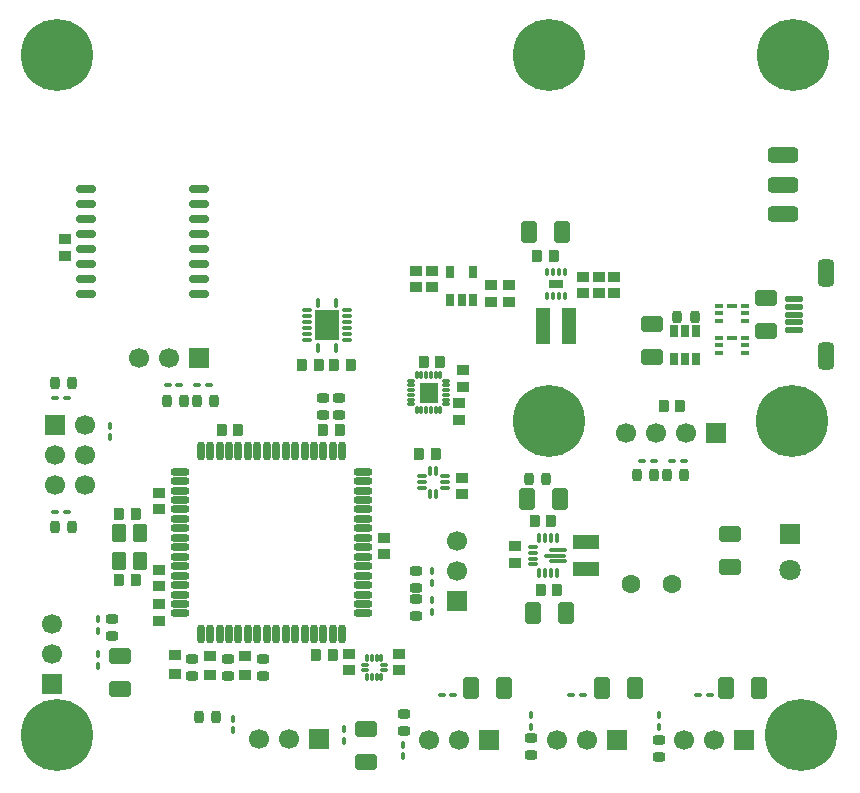
<source format=gts>
G04*
G04 #@! TF.GenerationSoftware,Altium Limited,Altium Designer,18.1.7 (191)*
G04*
G04 Layer_Color=8388736*
%FSAX44Y44*%
%MOMM*%
G71*
G01*
G75*
G04:AMPARAMS|DCode=53|XSize=0.4mm|YSize=0.6mm|CornerRadius=0.125mm|HoleSize=0mm|Usage=FLASHONLY|Rotation=0.000|XOffset=0mm|YOffset=0mm|HoleType=Round|Shape=RoundedRectangle|*
%AMROUNDEDRECTD53*
21,1,0.4000,0.3500,0,0,0.0*
21,1,0.1500,0.6000,0,0,0.0*
1,1,0.2500,0.0750,-0.1750*
1,1,0.2500,-0.0750,-0.1750*
1,1,0.2500,-0.0750,0.1750*
1,1,0.2500,0.0750,0.1750*
%
%ADD53ROUNDEDRECTD53*%
G04:AMPARAMS|DCode=54|XSize=1.05mm|YSize=0.8mm|CornerRadius=0.225mm|HoleSize=0mm|Usage=FLASHONLY|Rotation=270.000|XOffset=0mm|YOffset=0mm|HoleType=Round|Shape=RoundedRectangle|*
%AMROUNDEDRECTD54*
21,1,1.0500,0.3500,0,0,270.0*
21,1,0.6000,0.8000,0,0,270.0*
1,1,0.4500,-0.1750,-0.3000*
1,1,0.4500,-0.1750,0.3000*
1,1,0.4500,0.1750,0.3000*
1,1,0.4500,0.1750,-0.3000*
%
%ADD54ROUNDEDRECTD54*%
%ADD55O,0.9000X0.3500*%
%ADD56O,0.3500X0.9000*%
%ADD57O,1.6000X0.3500*%
%ADD58O,2.0000X0.3500*%
G04:AMPARAMS|DCode=59|XSize=1.1mm|YSize=0.9mm|CornerRadius=0.25mm|HoleSize=0mm|Usage=FLASHONLY|Rotation=180.000|XOffset=0mm|YOffset=0mm|HoleType=Round|Shape=RoundedRectangle|*
%AMROUNDEDRECTD59*
21,1,1.1000,0.4000,0,0,180.0*
21,1,0.6000,0.9000,0,0,180.0*
1,1,0.5000,-0.3000,0.2000*
1,1,0.5000,0.3000,0.2000*
1,1,0.5000,0.3000,-0.2000*
1,1,0.5000,-0.3000,-0.2000*
%
%ADD59ROUNDEDRECTD59*%
G04:AMPARAMS|DCode=60|XSize=0.4mm|YSize=0.6mm|CornerRadius=0.125mm|HoleSize=0mm|Usage=FLASHONLY|Rotation=270.000|XOffset=0mm|YOffset=0mm|HoleType=Round|Shape=RoundedRectangle|*
%AMROUNDEDRECTD60*
21,1,0.4000,0.3500,0,0,270.0*
21,1,0.1500,0.6000,0,0,270.0*
1,1,0.2500,-0.1750,-0.0750*
1,1,0.2500,-0.1750,0.0750*
1,1,0.2500,0.1750,0.0750*
1,1,0.2500,0.1750,-0.0750*
%
%ADD60ROUNDEDRECTD60*%
G04:AMPARAMS|DCode=61|XSize=1.9mm|YSize=1.4mm|CornerRadius=0.375mm|HoleSize=0mm|Usage=FLASHONLY|Rotation=270.000|XOffset=0mm|YOffset=0mm|HoleType=Round|Shape=RoundedRectangle|*
%AMROUNDEDRECTD61*
21,1,1.9000,0.6500,0,0,270.0*
21,1,1.1500,1.4000,0,0,270.0*
1,1,0.7500,-0.3250,-0.5750*
1,1,0.7500,-0.3250,0.5750*
1,1,0.7500,0.3250,0.5750*
1,1,0.7500,0.3250,-0.5750*
%
%ADD61ROUNDEDRECTD61*%
G04:AMPARAMS|DCode=62|XSize=1.05mm|YSize=0.8mm|CornerRadius=0.225mm|HoleSize=0mm|Usage=FLASHONLY|Rotation=180.000|XOffset=0mm|YOffset=0mm|HoleType=Round|Shape=RoundedRectangle|*
%AMROUNDEDRECTD62*
21,1,1.0500,0.3500,0,0,180.0*
21,1,0.6000,0.8000,0,0,180.0*
1,1,0.4500,-0.3000,0.1750*
1,1,0.4500,0.3000,0.1750*
1,1,0.4500,0.3000,-0.1750*
1,1,0.4500,-0.3000,-0.1750*
%
%ADD62ROUNDEDRECTD62*%
G04:AMPARAMS|DCode=63|XSize=1.1mm|YSize=0.9mm|CornerRadius=0.25mm|HoleSize=0mm|Usage=FLASHONLY|Rotation=90.000|XOffset=0mm|YOffset=0mm|HoleType=Round|Shape=RoundedRectangle|*
%AMROUNDEDRECTD63*
21,1,1.1000,0.4000,0,0,90.0*
21,1,0.6000,0.9000,0,0,90.0*
1,1,0.5000,0.2000,0.3000*
1,1,0.5000,0.2000,-0.3000*
1,1,0.5000,-0.2000,-0.3000*
1,1,0.5000,-0.2000,0.3000*
%
%ADD63ROUNDEDRECTD63*%
%ADD64R,2.2400X1.2000*%
G04:AMPARAMS|DCode=65|XSize=1.9mm|YSize=1.4mm|CornerRadius=0.375mm|HoleSize=0mm|Usage=FLASHONLY|Rotation=180.000|XOffset=0mm|YOffset=0mm|HoleType=Round|Shape=RoundedRectangle|*
%AMROUNDEDRECTD65*
21,1,1.9000,0.6500,0,0,180.0*
21,1,1.1500,1.4000,0,0,180.0*
1,1,0.7500,-0.5750,0.3250*
1,1,0.7500,0.5750,0.3250*
1,1,0.7500,0.5750,-0.3250*
1,1,0.7500,-0.5750,-0.3250*
%
%ADD65ROUNDEDRECTD65*%
%ADD66R,2.1500X2.6500*%
%ADD67O,0.3500X1.0000*%
%ADD68O,1.0000X0.3500*%
%ADD69O,1.7500X0.7000*%
%ADD70R,0.9700X0.3350*%
%ADD71O,0.7500X0.4000*%
G04:AMPARAMS|DCode=72|XSize=0.7mm|YSize=1.1mm|CornerRadius=0.2mm|HoleSize=0mm|Usage=FLASHONLY|Rotation=180.000|XOffset=0mm|YOffset=0mm|HoleType=Round|Shape=RoundedRectangle|*
%AMROUNDEDRECTD72*
21,1,0.7000,0.7000,0,0,180.0*
21,1,0.3000,1.1000,0,0,180.0*
1,1,0.4000,-0.1500,0.3500*
1,1,0.4000,0.1500,0.3500*
1,1,0.4000,0.1500,-0.3500*
1,1,0.4000,-0.1500,-0.3500*
%
%ADD72ROUNDEDRECTD72*%
%ADD73R,1.2900X3.0900*%
%ADD74R,1.3000X0.7000*%
%ADD75O,0.3500X0.7500*%
G04:AMPARAMS|DCode=76|XSize=0.3mm|YSize=0.7mm|CornerRadius=0.1mm|HoleSize=0mm|Usage=FLASHONLY|Rotation=180.000|XOffset=0mm|YOffset=0mm|HoleType=Round|Shape=RoundedRectangle|*
%AMROUNDEDRECTD76*
21,1,0.3000,0.5000,0,0,180.0*
21,1,0.1000,0.7000,0,0,180.0*
1,1,0.2000,-0.0500,0.2500*
1,1,0.2000,0.0500,0.2500*
1,1,0.2000,0.0500,-0.2500*
1,1,0.2000,-0.0500,-0.2500*
%
%ADD76ROUNDEDRECTD76*%
G04:AMPARAMS|DCode=77|XSize=0.3mm|YSize=0.7mm|CornerRadius=0.1mm|HoleSize=0mm|Usage=FLASHONLY|Rotation=270.000|XOffset=0mm|YOffset=0mm|HoleType=Round|Shape=RoundedRectangle|*
%AMROUNDEDRECTD77*
21,1,0.3000,0.5000,0,0,270.0*
21,1,0.1000,0.7000,0,0,270.0*
1,1,0.2000,-0.2500,-0.0500*
1,1,0.2000,-0.2500,0.0500*
1,1,0.2000,0.2500,0.0500*
1,1,0.2000,0.2500,-0.0500*
%
%ADD77ROUNDEDRECTD77*%
%ADD78O,0.3000X0.7000*%
%ADD79O,0.7000X0.3000*%
%ADD80R,1.6400X1.8000*%
%ADD81O,0.8500X0.3500*%
%ADD82O,0.3500X0.8500*%
%ADD83O,1.6000X0.7000*%
%ADD84O,0.7000X1.6000*%
G04:AMPARAMS|DCode=85|XSize=1.5mm|YSize=1.25mm|CornerRadius=0.2225mm|HoleSize=0mm|Usage=FLASHONLY|Rotation=270.000|XOffset=0mm|YOffset=0mm|HoleType=Round|Shape=RoundedRectangle|*
%AMROUNDEDRECTD85*
21,1,1.5000,0.8050,0,0,270.0*
21,1,1.0550,1.2500,0,0,270.0*
1,1,0.4450,-0.4025,-0.5275*
1,1,0.4450,-0.4025,0.5275*
1,1,0.4450,0.4025,0.5275*
1,1,0.4450,0.4025,-0.5275*
%
%ADD85ROUNDEDRECTD85*%
%ADD86R,1.0500X0.9000*%
G04:AMPARAMS|DCode=87|XSize=1.3mm|YSize=2.6mm|CornerRadius=0.35mm|HoleSize=0mm|Usage=FLASHONLY|Rotation=90.000|XOffset=0mm|YOffset=0mm|HoleType=Round|Shape=RoundedRectangle|*
%AMROUNDEDRECTD87*
21,1,1.3000,1.9000,0,0,90.0*
21,1,0.6000,2.6000,0,0,90.0*
1,1,0.7000,0.9500,0.3000*
1,1,0.7000,0.9500,-0.3000*
1,1,0.7000,-0.9500,-0.3000*
1,1,0.7000,-0.9500,0.3000*
%
%ADD87ROUNDEDRECTD87*%
G04:AMPARAMS|DCode=88|XSize=2.3mm|YSize=1.4mm|CornerRadius=0.375mm|HoleSize=0mm|Usage=FLASHONLY|Rotation=270.000|XOffset=0mm|YOffset=0mm|HoleType=Round|Shape=RoundedRectangle|*
%AMROUNDEDRECTD88*
21,1,2.3000,0.6500,0,0,270.0*
21,1,1.5500,1.4000,0,0,270.0*
1,1,0.7500,-0.3250,-0.7750*
1,1,0.7500,-0.3250,0.7750*
1,1,0.7500,0.3250,0.7750*
1,1,0.7500,0.3250,-0.7750*
%
%ADD88ROUNDEDRECTD88*%
G04:AMPARAMS|DCode=89|XSize=0.55mm|YSize=1.6mm|CornerRadius=0.1625mm|HoleSize=0mm|Usage=FLASHONLY|Rotation=270.000|XOffset=0mm|YOffset=0mm|HoleType=Round|Shape=RoundedRectangle|*
%AMROUNDEDRECTD89*
21,1,0.5500,1.2750,0,0,270.0*
21,1,0.2250,1.6000,0,0,270.0*
1,1,0.3250,-0.6375,-0.1125*
1,1,0.3250,-0.6375,0.1125*
1,1,0.3250,0.6375,0.1125*
1,1,0.3250,0.6375,-0.1125*
%
%ADD89ROUNDEDRECTD89*%
%ADD90C,1.7000*%
%ADD91R,1.7000X1.7000*%
%ADD92R,1.7000X1.7000*%
%ADD93C,6.1000*%
%ADD94C,1.6000*%
%ADD95R,1.8000X1.8000*%
%ADD96C,1.8000*%
%ADD97C,0.1000*%
%ADD98C,0.8000*%
%ADD99C,0.6000*%
D53*
X00278000Y00040000D02*
D03*
Y00030000D02*
D03*
X00184000Y00049000D02*
D03*
Y00039000D02*
D03*
X00328000Y00017000D02*
D03*
Y00027000D02*
D03*
X00437000Y00052000D02*
D03*
Y00042000D02*
D03*
X00545000Y00052000D02*
D03*
Y00042000D02*
D03*
X00353000Y00164000D02*
D03*
Y00174000D02*
D03*
X00353000Y00149000D02*
D03*
Y00139000D02*
D03*
X00080000Y00287000D02*
D03*
Y00297000D02*
D03*
X00070000Y00093500D02*
D03*
Y00103500D02*
D03*
Y00123000D02*
D03*
Y00133000D02*
D03*
D54*
X00170250Y00050000D02*
D03*
X00155750D02*
D03*
X00434750Y00252000D02*
D03*
X00449250D02*
D03*
X00551750Y00255000D02*
D03*
X00566250D02*
D03*
X00526750D02*
D03*
X00541250D02*
D03*
X00153750Y00318000D02*
D03*
X00168250D02*
D03*
X00143250D02*
D03*
X00128750D02*
D03*
X00560750Y00389000D02*
D03*
X00575250D02*
D03*
X00048250Y00333000D02*
D03*
X00033750D02*
D03*
X00048500Y00211000D02*
D03*
X00034000D02*
D03*
D55*
X00438500Y00194500D02*
D03*
Y00189500D02*
D03*
Y00184500D02*
D03*
Y00179500D02*
D03*
D56*
X00443500Y00172250D02*
D03*
X00448500D02*
D03*
X00453500D02*
D03*
X00458500D02*
D03*
Y00201750D02*
D03*
X00453500D02*
D03*
X00448500D02*
D03*
X00443500D02*
D03*
D57*
X00459250Y00182000D02*
D03*
Y00192000D02*
D03*
D58*
X00457250Y00187000D02*
D03*
D59*
X00312000Y00202000D02*
D03*
Y00188000D02*
D03*
X00423000Y00181000D02*
D03*
Y00195000D02*
D03*
X00042000Y00441000D02*
D03*
Y00455000D02*
D03*
X00507000Y00409000D02*
D03*
Y00423000D02*
D03*
X00494000Y00409000D02*
D03*
Y00423000D02*
D03*
X00481000Y00409000D02*
D03*
Y00423000D02*
D03*
X00283000Y00090000D02*
D03*
Y00104000D02*
D03*
X00325000D02*
D03*
Y00090000D02*
D03*
X00378000Y00253000D02*
D03*
Y00239000D02*
D03*
X00122000Y00226000D02*
D03*
Y00240000D02*
D03*
X00122000Y00161000D02*
D03*
Y00175000D02*
D03*
X00403000Y00402000D02*
D03*
Y00416000D02*
D03*
X00418000Y00402000D02*
D03*
Y00416000D02*
D03*
X00353000Y00428000D02*
D03*
Y00414000D02*
D03*
X00339000Y00428000D02*
D03*
Y00414000D02*
D03*
X00376000Y00316000D02*
D03*
Y00302000D02*
D03*
X00379000Y00330000D02*
D03*
Y00344000D02*
D03*
X00122000Y00146000D02*
D03*
Y00132000D02*
D03*
D60*
X00361000Y00069000D02*
D03*
X00371000D02*
D03*
X00471000D02*
D03*
X00481000D02*
D03*
X00578000D02*
D03*
X00588000D02*
D03*
X00556000Y00267000D02*
D03*
X00566000D02*
D03*
X00531000D02*
D03*
X00541000D02*
D03*
X00154000Y00331000D02*
D03*
X00164000D02*
D03*
X00139000D02*
D03*
X00129000D02*
D03*
X00044000Y00320000D02*
D03*
X00034000D02*
D03*
X00044000Y00224000D02*
D03*
X00034000D02*
D03*
D61*
X00414000Y00075000D02*
D03*
X00386000D02*
D03*
X00525000D02*
D03*
X00497000D02*
D03*
X00630000D02*
D03*
X00602000D02*
D03*
X00433000Y00235000D02*
D03*
X00461000D02*
D03*
X00435000Y00461000D02*
D03*
X00463000D02*
D03*
X00438000Y00138000D02*
D03*
X00466000D02*
D03*
D62*
X00329000Y00053250D02*
D03*
Y00038750D02*
D03*
X00437000Y00017750D02*
D03*
Y00032250D02*
D03*
X00545000Y00016750D02*
D03*
Y00031250D02*
D03*
X00339000Y00159750D02*
D03*
Y00174250D02*
D03*
X00339000Y00150250D02*
D03*
Y00135750D02*
D03*
X00261000Y00305750D02*
D03*
Y00320250D02*
D03*
X00274000Y00305750D02*
D03*
Y00320250D02*
D03*
X00082000Y00118750D02*
D03*
Y00133250D02*
D03*
X00210000Y00099250D02*
D03*
Y00084750D02*
D03*
X00180000Y00099250D02*
D03*
Y00084750D02*
D03*
X00150000Y00099250D02*
D03*
Y00084750D02*
D03*
D63*
X00454000Y00216000D02*
D03*
X00440000D02*
D03*
X00563000Y00314000D02*
D03*
X00549000D02*
D03*
X00456000Y00441000D02*
D03*
X00442000D02*
D03*
X00360000Y00351000D02*
D03*
X00346000D02*
D03*
X00284000Y00348000D02*
D03*
X00270000D02*
D03*
X00243000D02*
D03*
X00257000D02*
D03*
X00269000Y00103000D02*
D03*
X00255000D02*
D03*
X00356000Y00273000D02*
D03*
X00342000D02*
D03*
X00261000Y00293000D02*
D03*
X00275000D02*
D03*
X00175000D02*
D03*
X00189000D02*
D03*
X00088000Y00222000D02*
D03*
X00102000D02*
D03*
X00102000Y00166000D02*
D03*
X00088000D02*
D03*
X00459000Y00158000D02*
D03*
X00445000D02*
D03*
D64*
X00483000Y00198300D02*
D03*
Y00175700D02*
D03*
D65*
X00605000Y00177000D02*
D03*
Y00205000D02*
D03*
X00636000Y00405000D02*
D03*
Y00377000D02*
D03*
X00539000Y00355000D02*
D03*
Y00383000D02*
D03*
X00089000Y00074000D02*
D03*
Y00102000D02*
D03*
X00297000Y00012000D02*
D03*
Y00040000D02*
D03*
D66*
X00264000Y00382000D02*
D03*
D67*
X00271500Y00362750D02*
D03*
X00256500D02*
D03*
Y00401250D02*
D03*
X00271500D02*
D03*
D68*
X00247250Y00369500D02*
D03*
Y00374500D02*
D03*
Y00379500D02*
D03*
Y00384500D02*
D03*
Y00389500D02*
D03*
Y00394500D02*
D03*
X00280750D02*
D03*
Y00389500D02*
D03*
Y00384500D02*
D03*
Y00379500D02*
D03*
Y00374500D02*
D03*
Y00369500D02*
D03*
D69*
X00060250Y00497450D02*
D03*
Y00484750D02*
D03*
Y00472050D02*
D03*
Y00459350D02*
D03*
Y00446650D02*
D03*
Y00433950D02*
D03*
Y00421250D02*
D03*
Y00408550D02*
D03*
X00155250Y00497450D02*
D03*
Y00484750D02*
D03*
Y00472050D02*
D03*
Y00459350D02*
D03*
Y00446650D02*
D03*
Y00433950D02*
D03*
Y00421250D02*
D03*
Y00408550D02*
D03*
D70*
X00606500Y00371500D02*
D03*
Y00398500D02*
D03*
D71*
X00596250Y00358500D02*
D03*
Y00365000D02*
D03*
Y00371500D02*
D03*
X00617750D02*
D03*
Y00365000D02*
D03*
Y00358500D02*
D03*
X00596250Y00385500D02*
D03*
Y00392000D02*
D03*
Y00398500D02*
D03*
X00617750D02*
D03*
Y00392000D02*
D03*
Y00385500D02*
D03*
D72*
X00557500Y00377000D02*
D03*
X00567000D02*
D03*
X00576500D02*
D03*
Y00353000D02*
D03*
X00567000D02*
D03*
X00557500D02*
D03*
X00368500Y00427000D02*
D03*
X00387500D02*
D03*
Y00403000D02*
D03*
X00378000D02*
D03*
X00368500D02*
D03*
D73*
X00446900Y00381000D02*
D03*
X00469100D02*
D03*
D74*
X00458000Y00417000D02*
D03*
D75*
X00450500Y00427250D02*
D03*
X00455500D02*
D03*
X00460500D02*
D03*
X00465500D02*
D03*
Y00406750D02*
D03*
X00460500D02*
D03*
X00455500D02*
D03*
X00450500D02*
D03*
D76*
X00310000Y00084000D02*
D03*
X00306000D02*
D03*
X00302000D02*
D03*
X00298000D02*
D03*
Y00100000D02*
D03*
X00302000D02*
D03*
X00306000D02*
D03*
X00310000D02*
D03*
D77*
X00296000Y00090000D02*
D03*
Y00094000D02*
D03*
X00312000D02*
D03*
Y00090000D02*
D03*
D78*
X00340000Y00310000D02*
D03*
X00344000D02*
D03*
X00348000D02*
D03*
X00352000D02*
D03*
X00356000D02*
D03*
X00360000D02*
D03*
Y00340000D02*
D03*
X00356000D02*
D03*
X00352000D02*
D03*
X00348000D02*
D03*
X00344000D02*
D03*
X00340000D02*
D03*
D79*
X00365000Y00315000D02*
D03*
Y00319000D02*
D03*
Y00323000D02*
D03*
Y00327000D02*
D03*
Y00331000D02*
D03*
Y00335000D02*
D03*
X00335000D02*
D03*
Y00331000D02*
D03*
Y00327000D02*
D03*
Y00323000D02*
D03*
Y00319000D02*
D03*
Y00315000D02*
D03*
D80*
X00350000Y00325000D02*
D03*
D81*
X00363750Y00254000D02*
D03*
Y00249000D02*
D03*
Y00244000D02*
D03*
X00344250D02*
D03*
Y00249000D02*
D03*
Y00254000D02*
D03*
D82*
X00356500Y00239250D02*
D03*
X00351500D02*
D03*
Y00258750D02*
D03*
X00356500D02*
D03*
D83*
X00139500Y00138000D02*
D03*
Y00146000D02*
D03*
Y00154000D02*
D03*
Y00162000D02*
D03*
Y00170000D02*
D03*
Y00178000D02*
D03*
Y00186000D02*
D03*
Y00194000D02*
D03*
Y00202000D02*
D03*
Y00210000D02*
D03*
Y00218000D02*
D03*
Y00226000D02*
D03*
Y00234000D02*
D03*
Y00242000D02*
D03*
Y00250000D02*
D03*
Y00258000D02*
D03*
X00294500D02*
D03*
Y00250000D02*
D03*
Y00242000D02*
D03*
Y00234000D02*
D03*
Y00226000D02*
D03*
Y00218000D02*
D03*
Y00210000D02*
D03*
Y00202000D02*
D03*
Y00194000D02*
D03*
Y00186000D02*
D03*
Y00178000D02*
D03*
Y00170000D02*
D03*
Y00162000D02*
D03*
Y00154000D02*
D03*
Y00146000D02*
D03*
Y00138000D02*
D03*
D84*
X00157000Y00275500D02*
D03*
X00165000D02*
D03*
X00173000D02*
D03*
X00181000D02*
D03*
X00189000D02*
D03*
X00197000D02*
D03*
X00205000D02*
D03*
X00213000D02*
D03*
X00221000D02*
D03*
X00229000D02*
D03*
X00237000D02*
D03*
X00245000D02*
D03*
X00253000D02*
D03*
X00261000D02*
D03*
X00269000D02*
D03*
X00277000D02*
D03*
Y00120500D02*
D03*
X00269000D02*
D03*
X00261000D02*
D03*
X00253000D02*
D03*
X00245000D02*
D03*
X00237000D02*
D03*
X00229000D02*
D03*
X00221000D02*
D03*
X00213000D02*
D03*
X00205000D02*
D03*
X00197000D02*
D03*
X00189000D02*
D03*
X00181000D02*
D03*
X00173000D02*
D03*
X00165000D02*
D03*
X00157000D02*
D03*
D85*
X00106000Y00206000D02*
D03*
Y00182000D02*
D03*
X00088000D02*
D03*
Y00206000D02*
D03*
D86*
X00195000Y00085750D02*
D03*
Y00102250D02*
D03*
X00165000Y00085750D02*
D03*
Y00102250D02*
D03*
X00135000Y00086500D02*
D03*
Y00103000D02*
D03*
D87*
X00650000Y00526000D02*
D03*
Y00501000D02*
D03*
Y00476000D02*
D03*
D88*
X00686496Y00425998D02*
D03*
Y00355998D02*
D03*
D89*
X00658996Y00403998D02*
D03*
Y00397498D02*
D03*
Y00390998D02*
D03*
Y00384498D02*
D03*
Y00377998D02*
D03*
D90*
X00031000Y00128800D02*
D03*
Y00103400D02*
D03*
X00566600Y00031000D02*
D03*
X00592000D02*
D03*
X00458600D02*
D03*
X00484000D02*
D03*
X00350000D02*
D03*
X00375400D02*
D03*
X00567800Y00291000D02*
D03*
X00542400D02*
D03*
X00517000D02*
D03*
X00231999Y00031270D02*
D03*
X00206599D02*
D03*
X00059403Y00297402D02*
D03*
Y00272001D02*
D03*
Y00246602D02*
D03*
X00034003D02*
D03*
Y00272001D02*
D03*
X00105200Y00354000D02*
D03*
X00130600D02*
D03*
X00373998Y00199398D02*
D03*
Y00173998D02*
D03*
D91*
X00031000Y00078000D02*
D03*
X00034003Y00297402D02*
D03*
X00373998Y00148598D02*
D03*
D92*
X00617400Y00031000D02*
D03*
X00509400D02*
D03*
X00400800D02*
D03*
X00593200Y00291000D02*
D03*
X00257399Y00031270D02*
D03*
X00156000Y00354000D02*
D03*
D93*
X00451600Y00611000D02*
D03*
X00658600D02*
D03*
X00657600Y00301000D02*
D03*
X00451600D02*
D03*
X00035232Y00611000D02*
D03*
X00665000Y00035000D02*
D03*
X00035000D02*
D03*
D94*
X00521000Y00163000D02*
D03*
X00556000D02*
D03*
D95*
X00656000Y00205000D02*
D03*
D96*
Y00175000D02*
D03*
D97*
X00626000Y00165600D02*
D03*
X00686000D02*
D03*
D98*
X00656000Y00526000D02*
D03*
X00643000D02*
D03*
X00350000Y00321000D02*
D03*
Y00329000D02*
D03*
X00686000Y00351000D02*
D03*
Y00361000D02*
D03*
Y00421000D02*
D03*
Y00431000D02*
D03*
D99*
X00258500Y00387500D02*
D03*
Y00376500D02*
D03*
X00269500D02*
D03*
Y00387500D02*
D03*
M02*

</source>
